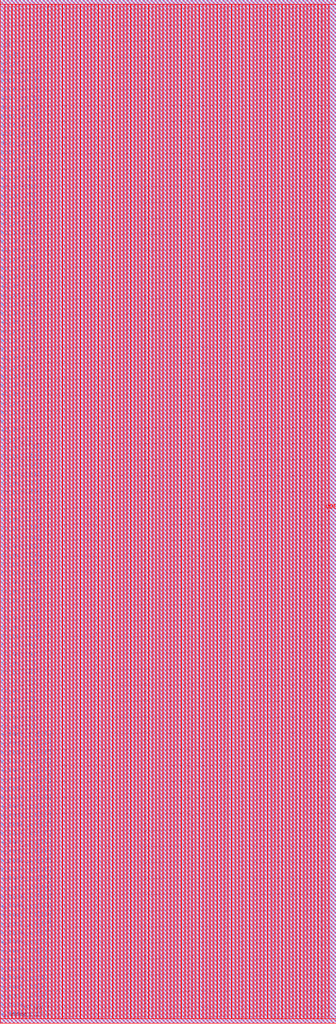
<source format=lef>
VERSION 5.7 ;
BUSBITCHARS "[]" ;
MACRO fakeram45_1024x32
  FOREIGN fakeram45_1024x32 0 0 ;
  SYMMETRY X Y R90 ;
  SIZE 104.500 BY 317.800 ;
  CLASS BLOCK ;
  PIN w_mask_in[0]
    DIRECTION INPUT ;
    USE SIGNAL ;
    SHAPE ABUTMENT ;
    PORT
      LAYER metal3 ;
      RECT 0.000 1.365 0.070 1.435 ;
    END
  END w_mask_in[0]
  PIN w_mask_in[1]
    DIRECTION INPUT ;
    USE SIGNAL ;
    SHAPE ABUTMENT ;
    PORT
      LAYER metal3 ;
      RECT 0.000 4.165 0.070 4.235 ;
    END
  END w_mask_in[1]
  PIN w_mask_in[2]
    DIRECTION INPUT ;
    USE SIGNAL ;
    SHAPE ABUTMENT ;
    PORT
      LAYER metal3 ;
      RECT 0.000 6.965 0.070 7.035 ;
    END
  END w_mask_in[2]
  PIN w_mask_in[3]
    DIRECTION INPUT ;
    USE SIGNAL ;
    SHAPE ABUTMENT ;
    PORT
      LAYER metal3 ;
      RECT 0.000 9.765 0.070 9.835 ;
    END
  END w_mask_in[3]
  PIN w_mask_in[4]
    DIRECTION INPUT ;
    USE SIGNAL ;
    SHAPE ABUTMENT ;
    PORT
      LAYER metal3 ;
      RECT 0.000 12.565 0.070 12.635 ;
    END
  END w_mask_in[4]
  PIN w_mask_in[5]
    DIRECTION INPUT ;
    USE SIGNAL ;
    SHAPE ABUTMENT ;
    PORT
      LAYER metal3 ;
      RECT 0.000 15.365 0.070 15.435 ;
    END
  END w_mask_in[5]
  PIN w_mask_in[6]
    DIRECTION INPUT ;
    USE SIGNAL ;
    SHAPE ABUTMENT ;
    PORT
      LAYER metal3 ;
      RECT 0.000 18.165 0.070 18.235 ;
    END
  END w_mask_in[6]
  PIN w_mask_in[7]
    DIRECTION INPUT ;
    USE SIGNAL ;
    SHAPE ABUTMENT ;
    PORT
      LAYER metal3 ;
      RECT 0.000 20.965 0.070 21.035 ;
    END
  END w_mask_in[7]
  PIN w_mask_in[8]
    DIRECTION INPUT ;
    USE SIGNAL ;
    SHAPE ABUTMENT ;
    PORT
      LAYER metal3 ;
      RECT 0.000 23.765 0.070 23.835 ;
    END
  END w_mask_in[8]
  PIN w_mask_in[9]
    DIRECTION INPUT ;
    USE SIGNAL ;
    SHAPE ABUTMENT ;
    PORT
      LAYER metal3 ;
      RECT 0.000 26.565 0.070 26.635 ;
    END
  END w_mask_in[9]
  PIN w_mask_in[10]
    DIRECTION INPUT ;
    USE SIGNAL ;
    SHAPE ABUTMENT ;
    PORT
      LAYER metal3 ;
      RECT 0.000 29.365 0.070 29.435 ;
    END
  END w_mask_in[10]
  PIN w_mask_in[11]
    DIRECTION INPUT ;
    USE SIGNAL ;
    SHAPE ABUTMENT ;
    PORT
      LAYER metal3 ;
      RECT 0.000 32.165 0.070 32.235 ;
    END
  END w_mask_in[11]
  PIN w_mask_in[12]
    DIRECTION INPUT ;
    USE SIGNAL ;
    SHAPE ABUTMENT ;
    PORT
      LAYER metal3 ;
      RECT 0.000 34.965 0.070 35.035 ;
    END
  END w_mask_in[12]
  PIN w_mask_in[13]
    DIRECTION INPUT ;
    USE SIGNAL ;
    SHAPE ABUTMENT ;
    PORT
      LAYER metal3 ;
      RECT 0.000 37.765 0.070 37.835 ;
    END
  END w_mask_in[13]
  PIN w_mask_in[14]
    DIRECTION INPUT ;
    USE SIGNAL ;
    SHAPE ABUTMENT ;
    PORT
      LAYER metal3 ;
      RECT 0.000 40.565 0.070 40.635 ;
    END
  END w_mask_in[14]
  PIN w_mask_in[15]
    DIRECTION INPUT ;
    USE SIGNAL ;
    SHAPE ABUTMENT ;
    PORT
      LAYER metal3 ;
      RECT 0.000 43.365 0.070 43.435 ;
    END
  END w_mask_in[15]
  PIN w_mask_in[16]
    DIRECTION INPUT ;
    USE SIGNAL ;
    SHAPE ABUTMENT ;
    PORT
      LAYER metal3 ;
      RECT 0.000 46.165 0.070 46.235 ;
    END
  END w_mask_in[16]
  PIN w_mask_in[17]
    DIRECTION INPUT ;
    USE SIGNAL ;
    SHAPE ABUTMENT ;
    PORT
      LAYER metal3 ;
      RECT 0.000 48.965 0.070 49.035 ;
    END
  END w_mask_in[17]
  PIN w_mask_in[18]
    DIRECTION INPUT ;
    USE SIGNAL ;
    SHAPE ABUTMENT ;
    PORT
      LAYER metal3 ;
      RECT 0.000 51.765 0.070 51.835 ;
    END
  END w_mask_in[18]
  PIN w_mask_in[19]
    DIRECTION INPUT ;
    USE SIGNAL ;
    SHAPE ABUTMENT ;
    PORT
      LAYER metal3 ;
      RECT 0.000 54.565 0.070 54.635 ;
    END
  END w_mask_in[19]
  PIN w_mask_in[20]
    DIRECTION INPUT ;
    USE SIGNAL ;
    SHAPE ABUTMENT ;
    PORT
      LAYER metal3 ;
      RECT 0.000 57.365 0.070 57.435 ;
    END
  END w_mask_in[20]
  PIN w_mask_in[21]
    DIRECTION INPUT ;
    USE SIGNAL ;
    SHAPE ABUTMENT ;
    PORT
      LAYER metal3 ;
      RECT 0.000 60.165 0.070 60.235 ;
    END
  END w_mask_in[21]
  PIN w_mask_in[22]
    DIRECTION INPUT ;
    USE SIGNAL ;
    SHAPE ABUTMENT ;
    PORT
      LAYER metal3 ;
      RECT 0.000 62.965 0.070 63.035 ;
    END
  END w_mask_in[22]
  PIN w_mask_in[23]
    DIRECTION INPUT ;
    USE SIGNAL ;
    SHAPE ABUTMENT ;
    PORT
      LAYER metal3 ;
      RECT 0.000 65.765 0.070 65.835 ;
    END
  END w_mask_in[23]
  PIN w_mask_in[24]
    DIRECTION INPUT ;
    USE SIGNAL ;
    SHAPE ABUTMENT ;
    PORT
      LAYER metal3 ;
      RECT 0.000 68.565 0.070 68.635 ;
    END
  END w_mask_in[24]
  PIN w_mask_in[25]
    DIRECTION INPUT ;
    USE SIGNAL ;
    SHAPE ABUTMENT ;
    PORT
      LAYER metal3 ;
      RECT 0.000 71.365 0.070 71.435 ;
    END
  END w_mask_in[25]
  PIN w_mask_in[26]
    DIRECTION INPUT ;
    USE SIGNAL ;
    SHAPE ABUTMENT ;
    PORT
      LAYER metal3 ;
      RECT 0.000 74.165 0.070 74.235 ;
    END
  END w_mask_in[26]
  PIN w_mask_in[27]
    DIRECTION INPUT ;
    USE SIGNAL ;
    SHAPE ABUTMENT ;
    PORT
      LAYER metal3 ;
      RECT 0.000 76.965 0.070 77.035 ;
    END
  END w_mask_in[27]
  PIN w_mask_in[28]
    DIRECTION INPUT ;
    USE SIGNAL ;
    SHAPE ABUTMENT ;
    PORT
      LAYER metal3 ;
      RECT 0.000 79.765 0.070 79.835 ;
    END
  END w_mask_in[28]
  PIN w_mask_in[29]
    DIRECTION INPUT ;
    USE SIGNAL ;
    SHAPE ABUTMENT ;
    PORT
      LAYER metal3 ;
      RECT 0.000 82.565 0.070 82.635 ;
    END
  END w_mask_in[29]
  PIN w_mask_in[30]
    DIRECTION INPUT ;
    USE SIGNAL ;
    SHAPE ABUTMENT ;
    PORT
      LAYER metal3 ;
      RECT 0.000 85.365 0.070 85.435 ;
    END
  END w_mask_in[30]
  PIN w_mask_in[31]
    DIRECTION INPUT ;
    USE SIGNAL ;
    SHAPE ABUTMENT ;
    PORT
      LAYER metal3 ;
      RECT 0.000 88.165 0.070 88.235 ;
    END
  END w_mask_in[31]
  PIN rd_out[0]
    DIRECTION OUTPUT ;
    USE SIGNAL ;
    SHAPE ABUTMENT ;
    PORT
      LAYER metal3 ;
      RECT 0.000 90.545 0.070 90.615 ;
    END
  END rd_out[0]
  PIN rd_out[1]
    DIRECTION OUTPUT ;
    USE SIGNAL ;
    SHAPE ABUTMENT ;
    PORT
      LAYER metal3 ;
      RECT 0.000 93.345 0.070 93.415 ;
    END
  END rd_out[1]
  PIN rd_out[2]
    DIRECTION OUTPUT ;
    USE SIGNAL ;
    SHAPE ABUTMENT ;
    PORT
      LAYER metal3 ;
      RECT 0.000 96.145 0.070 96.215 ;
    END
  END rd_out[2]
  PIN rd_out[3]
    DIRECTION OUTPUT ;
    USE SIGNAL ;
    SHAPE ABUTMENT ;
    PORT
      LAYER metal3 ;
      RECT 0.000 98.945 0.070 99.015 ;
    END
  END rd_out[3]
  PIN rd_out[4]
    DIRECTION OUTPUT ;
    USE SIGNAL ;
    SHAPE ABUTMENT ;
    PORT
      LAYER metal3 ;
      RECT 0.000 101.745 0.070 101.815 ;
    END
  END rd_out[4]
  PIN rd_out[5]
    DIRECTION OUTPUT ;
    USE SIGNAL ;
    SHAPE ABUTMENT ;
    PORT
      LAYER metal3 ;
      RECT 0.000 104.545 0.070 104.615 ;
    END
  END rd_out[5]
  PIN rd_out[6]
    DIRECTION OUTPUT ;
    USE SIGNAL ;
    SHAPE ABUTMENT ;
    PORT
      LAYER metal3 ;
      RECT 0.000 107.345 0.070 107.415 ;
    END
  END rd_out[6]
  PIN rd_out[7]
    DIRECTION OUTPUT ;
    USE SIGNAL ;
    SHAPE ABUTMENT ;
    PORT
      LAYER metal3 ;
      RECT 0.000 110.145 0.070 110.215 ;
    END
  END rd_out[7]
  PIN rd_out[8]
    DIRECTION OUTPUT ;
    USE SIGNAL ;
    SHAPE ABUTMENT ;
    PORT
      LAYER metal3 ;
      RECT 0.000 112.945 0.070 113.015 ;
    END
  END rd_out[8]
  PIN rd_out[9]
    DIRECTION OUTPUT ;
    USE SIGNAL ;
    SHAPE ABUTMENT ;
    PORT
      LAYER metal3 ;
      RECT 0.000 115.745 0.070 115.815 ;
    END
  END rd_out[9]
  PIN rd_out[10]
    DIRECTION OUTPUT ;
    USE SIGNAL ;
    SHAPE ABUTMENT ;
    PORT
      LAYER metal3 ;
      RECT 0.000 118.545 0.070 118.615 ;
    END
  END rd_out[10]
  PIN rd_out[11]
    DIRECTION OUTPUT ;
    USE SIGNAL ;
    SHAPE ABUTMENT ;
    PORT
      LAYER metal3 ;
      RECT 0.000 121.345 0.070 121.415 ;
    END
  END rd_out[11]
  PIN rd_out[12]
    DIRECTION OUTPUT ;
    USE SIGNAL ;
    SHAPE ABUTMENT ;
    PORT
      LAYER metal3 ;
      RECT 0.000 124.145 0.070 124.215 ;
    END
  END rd_out[12]
  PIN rd_out[13]
    DIRECTION OUTPUT ;
    USE SIGNAL ;
    SHAPE ABUTMENT ;
    PORT
      LAYER metal3 ;
      RECT 0.000 126.945 0.070 127.015 ;
    END
  END rd_out[13]
  PIN rd_out[14]
    DIRECTION OUTPUT ;
    USE SIGNAL ;
    SHAPE ABUTMENT ;
    PORT
      LAYER metal3 ;
      RECT 0.000 129.745 0.070 129.815 ;
    END
  END rd_out[14]
  PIN rd_out[15]
    DIRECTION OUTPUT ;
    USE SIGNAL ;
    SHAPE ABUTMENT ;
    PORT
      LAYER metal3 ;
      RECT 0.000 132.545 0.070 132.615 ;
    END
  END rd_out[15]
  PIN rd_out[16]
    DIRECTION OUTPUT ;
    USE SIGNAL ;
    SHAPE ABUTMENT ;
    PORT
      LAYER metal3 ;
      RECT 0.000 135.345 0.070 135.415 ;
    END
  END rd_out[16]
  PIN rd_out[17]
    DIRECTION OUTPUT ;
    USE SIGNAL ;
    SHAPE ABUTMENT ;
    PORT
      LAYER metal3 ;
      RECT 0.000 138.145 0.070 138.215 ;
    END
  END rd_out[17]
  PIN rd_out[18]
    DIRECTION OUTPUT ;
    USE SIGNAL ;
    SHAPE ABUTMENT ;
    PORT
      LAYER metal3 ;
      RECT 0.000 140.945 0.070 141.015 ;
    END
  END rd_out[18]
  PIN rd_out[19]
    DIRECTION OUTPUT ;
    USE SIGNAL ;
    SHAPE ABUTMENT ;
    PORT
      LAYER metal3 ;
      RECT 0.000 143.745 0.070 143.815 ;
    END
  END rd_out[19]
  PIN rd_out[20]
    DIRECTION OUTPUT ;
    USE SIGNAL ;
    SHAPE ABUTMENT ;
    PORT
      LAYER metal3 ;
      RECT 0.000 146.545 0.070 146.615 ;
    END
  END rd_out[20]
  PIN rd_out[21]
    DIRECTION OUTPUT ;
    USE SIGNAL ;
    SHAPE ABUTMENT ;
    PORT
      LAYER metal3 ;
      RECT 0.000 149.345 0.070 149.415 ;
    END
  END rd_out[21]
  PIN rd_out[22]
    DIRECTION OUTPUT ;
    USE SIGNAL ;
    SHAPE ABUTMENT ;
    PORT
      LAYER metal3 ;
      RECT 0.000 152.145 0.070 152.215 ;
    END
  END rd_out[22]
  PIN rd_out[23]
    DIRECTION OUTPUT ;
    USE SIGNAL ;
    SHAPE ABUTMENT ;
    PORT
      LAYER metal3 ;
      RECT 0.000 154.945 0.070 155.015 ;
    END
  END rd_out[23]
  PIN rd_out[24]
    DIRECTION OUTPUT ;
    USE SIGNAL ;
    SHAPE ABUTMENT ;
    PORT
      LAYER metal3 ;
      RECT 0.000 157.745 0.070 157.815 ;
    END
  END rd_out[24]
  PIN rd_out[25]
    DIRECTION OUTPUT ;
    USE SIGNAL ;
    SHAPE ABUTMENT ;
    PORT
      LAYER metal3 ;
      RECT 0.000 160.545 0.070 160.615 ;
    END
  END rd_out[25]
  PIN rd_out[26]
    DIRECTION OUTPUT ;
    USE SIGNAL ;
    SHAPE ABUTMENT ;
    PORT
      LAYER metal3 ;
      RECT 0.000 163.345 0.070 163.415 ;
    END
  END rd_out[26]
  PIN rd_out[27]
    DIRECTION OUTPUT ;
    USE SIGNAL ;
    SHAPE ABUTMENT ;
    PORT
      LAYER metal3 ;
      RECT 0.000 166.145 0.070 166.215 ;
    END
  END rd_out[27]
  PIN rd_out[28]
    DIRECTION OUTPUT ;
    USE SIGNAL ;
    SHAPE ABUTMENT ;
    PORT
      LAYER metal3 ;
      RECT 0.000 168.945 0.070 169.015 ;
    END
  END rd_out[28]
  PIN rd_out[29]
    DIRECTION OUTPUT ;
    USE SIGNAL ;
    SHAPE ABUTMENT ;
    PORT
      LAYER metal3 ;
      RECT 0.000 171.745 0.070 171.815 ;
    END
  END rd_out[29]
  PIN rd_out[30]
    DIRECTION OUTPUT ;
    USE SIGNAL ;
    SHAPE ABUTMENT ;
    PORT
      LAYER metal3 ;
      RECT 0.000 174.545 0.070 174.615 ;
    END
  END rd_out[30]
  PIN rd_out[31]
    DIRECTION OUTPUT ;
    USE SIGNAL ;
    SHAPE ABUTMENT ;
    PORT
      LAYER metal3 ;
      RECT 0.000 177.345 0.070 177.415 ;
    END
  END rd_out[31]
  PIN wd_in[0]
    DIRECTION INPUT ;
    USE SIGNAL ;
    SHAPE ABUTMENT ;
    PORT
      LAYER metal3 ;
      RECT 0.000 179.725 0.070 179.795 ;
    END
  END wd_in[0]
  PIN wd_in[1]
    DIRECTION INPUT ;
    USE SIGNAL ;
    SHAPE ABUTMENT ;
    PORT
      LAYER metal3 ;
      RECT 0.000 182.525 0.070 182.595 ;
    END
  END wd_in[1]
  PIN wd_in[2]
    DIRECTION INPUT ;
    USE SIGNAL ;
    SHAPE ABUTMENT ;
    PORT
      LAYER metal3 ;
      RECT 0.000 185.325 0.070 185.395 ;
    END
  END wd_in[2]
  PIN wd_in[3]
    DIRECTION INPUT ;
    USE SIGNAL ;
    SHAPE ABUTMENT ;
    PORT
      LAYER metal3 ;
      RECT 0.000 188.125 0.070 188.195 ;
    END
  END wd_in[3]
  PIN wd_in[4]
    DIRECTION INPUT ;
    USE SIGNAL ;
    SHAPE ABUTMENT ;
    PORT
      LAYER metal3 ;
      RECT 0.000 190.925 0.070 190.995 ;
    END
  END wd_in[4]
  PIN wd_in[5]
    DIRECTION INPUT ;
    USE SIGNAL ;
    SHAPE ABUTMENT ;
    PORT
      LAYER metal3 ;
      RECT 0.000 193.725 0.070 193.795 ;
    END
  END wd_in[5]
  PIN wd_in[6]
    DIRECTION INPUT ;
    USE SIGNAL ;
    SHAPE ABUTMENT ;
    PORT
      LAYER metal3 ;
      RECT 0.000 196.525 0.070 196.595 ;
    END
  END wd_in[6]
  PIN wd_in[7]
    DIRECTION INPUT ;
    USE SIGNAL ;
    SHAPE ABUTMENT ;
    PORT
      LAYER metal3 ;
      RECT 0.000 199.325 0.070 199.395 ;
    END
  END wd_in[7]
  PIN wd_in[8]
    DIRECTION INPUT ;
    USE SIGNAL ;
    SHAPE ABUTMENT ;
    PORT
      LAYER metal3 ;
      RECT 0.000 202.125 0.070 202.195 ;
    END
  END wd_in[8]
  PIN wd_in[9]
    DIRECTION INPUT ;
    USE SIGNAL ;
    SHAPE ABUTMENT ;
    PORT
      LAYER metal3 ;
      RECT 0.000 204.925 0.070 204.995 ;
    END
  END wd_in[9]
  PIN wd_in[10]
    DIRECTION INPUT ;
    USE SIGNAL ;
    SHAPE ABUTMENT ;
    PORT
      LAYER metal3 ;
      RECT 0.000 207.725 0.070 207.795 ;
    END
  END wd_in[10]
  PIN wd_in[11]
    DIRECTION INPUT ;
    USE SIGNAL ;
    SHAPE ABUTMENT ;
    PORT
      LAYER metal3 ;
      RECT 0.000 210.525 0.070 210.595 ;
    END
  END wd_in[11]
  PIN wd_in[12]
    DIRECTION INPUT ;
    USE SIGNAL ;
    SHAPE ABUTMENT ;
    PORT
      LAYER metal3 ;
      RECT 0.000 213.325 0.070 213.395 ;
    END
  END wd_in[12]
  PIN wd_in[13]
    DIRECTION INPUT ;
    USE SIGNAL ;
    SHAPE ABUTMENT ;
    PORT
      LAYER metal3 ;
      RECT 0.000 216.125 0.070 216.195 ;
    END
  END wd_in[13]
  PIN wd_in[14]
    DIRECTION INPUT ;
    USE SIGNAL ;
    SHAPE ABUTMENT ;
    PORT
      LAYER metal3 ;
      RECT 0.000 218.925 0.070 218.995 ;
    END
  END wd_in[14]
  PIN wd_in[15]
    DIRECTION INPUT ;
    USE SIGNAL ;
    SHAPE ABUTMENT ;
    PORT
      LAYER metal3 ;
      RECT 0.000 221.725 0.070 221.795 ;
    END
  END wd_in[15]
  PIN wd_in[16]
    DIRECTION INPUT ;
    USE SIGNAL ;
    SHAPE ABUTMENT ;
    PORT
      LAYER metal3 ;
      RECT 0.000 224.525 0.070 224.595 ;
    END
  END wd_in[16]
  PIN wd_in[17]
    DIRECTION INPUT ;
    USE SIGNAL ;
    SHAPE ABUTMENT ;
    PORT
      LAYER metal3 ;
      RECT 0.000 227.325 0.070 227.395 ;
    END
  END wd_in[17]
  PIN wd_in[18]
    DIRECTION INPUT ;
    USE SIGNAL ;
    SHAPE ABUTMENT ;
    PORT
      LAYER metal3 ;
      RECT 0.000 230.125 0.070 230.195 ;
    END
  END wd_in[18]
  PIN wd_in[19]
    DIRECTION INPUT ;
    USE SIGNAL ;
    SHAPE ABUTMENT ;
    PORT
      LAYER metal3 ;
      RECT 0.000 232.925 0.070 232.995 ;
    END
  END wd_in[19]
  PIN wd_in[20]
    DIRECTION INPUT ;
    USE SIGNAL ;
    SHAPE ABUTMENT ;
    PORT
      LAYER metal3 ;
      RECT 0.000 235.725 0.070 235.795 ;
    END
  END wd_in[20]
  PIN wd_in[21]
    DIRECTION INPUT ;
    USE SIGNAL ;
    SHAPE ABUTMENT ;
    PORT
      LAYER metal3 ;
      RECT 0.000 238.525 0.070 238.595 ;
    END
  END wd_in[21]
  PIN wd_in[22]
    DIRECTION INPUT ;
    USE SIGNAL ;
    SHAPE ABUTMENT ;
    PORT
      LAYER metal3 ;
      RECT 0.000 241.325 0.070 241.395 ;
    END
  END wd_in[22]
  PIN wd_in[23]
    DIRECTION INPUT ;
    USE SIGNAL ;
    SHAPE ABUTMENT ;
    PORT
      LAYER metal3 ;
      RECT 0.000 244.125 0.070 244.195 ;
    END
  END wd_in[23]
  PIN wd_in[24]
    DIRECTION INPUT ;
    USE SIGNAL ;
    SHAPE ABUTMENT ;
    PORT
      LAYER metal3 ;
      RECT 0.000 246.925 0.070 246.995 ;
    END
  END wd_in[24]
  PIN wd_in[25]
    DIRECTION INPUT ;
    USE SIGNAL ;
    SHAPE ABUTMENT ;
    PORT
      LAYER metal3 ;
      RECT 0.000 249.725 0.070 249.795 ;
    END
  END wd_in[25]
  PIN wd_in[26]
    DIRECTION INPUT ;
    USE SIGNAL ;
    SHAPE ABUTMENT ;
    PORT
      LAYER metal3 ;
      RECT 0.000 252.525 0.070 252.595 ;
    END
  END wd_in[26]
  PIN wd_in[27]
    DIRECTION INPUT ;
    USE SIGNAL ;
    SHAPE ABUTMENT ;
    PORT
      LAYER metal3 ;
      RECT 0.000 255.325 0.070 255.395 ;
    END
  END wd_in[27]
  PIN wd_in[28]
    DIRECTION INPUT ;
    USE SIGNAL ;
    SHAPE ABUTMENT ;
    PORT
      LAYER metal3 ;
      RECT 0.000 258.125 0.070 258.195 ;
    END
  END wd_in[28]
  PIN wd_in[29]
    DIRECTION INPUT ;
    USE SIGNAL ;
    SHAPE ABUTMENT ;
    PORT
      LAYER metal3 ;
      RECT 0.000 260.925 0.070 260.995 ;
    END
  END wd_in[29]
  PIN wd_in[30]
    DIRECTION INPUT ;
    USE SIGNAL ;
    SHAPE ABUTMENT ;
    PORT
      LAYER metal3 ;
      RECT 0.000 263.725 0.070 263.795 ;
    END
  END wd_in[30]
  PIN wd_in[31]
    DIRECTION INPUT ;
    USE SIGNAL ;
    SHAPE ABUTMENT ;
    PORT
      LAYER metal3 ;
      RECT 0.000 266.525 0.070 266.595 ;
    END
  END wd_in[31]
  PIN addr_in[0]
    DIRECTION INPUT ;
    USE SIGNAL ;
    SHAPE ABUTMENT ;
    PORT
      LAYER metal3 ;
      RECT 0.000 268.905 0.070 268.975 ;
    END
  END addr_in[0]
  PIN addr_in[1]
    DIRECTION INPUT ;
    USE SIGNAL ;
    SHAPE ABUTMENT ;
    PORT
      LAYER metal3 ;
      RECT 0.000 271.705 0.070 271.775 ;
    END
  END addr_in[1]
  PIN addr_in[2]
    DIRECTION INPUT ;
    USE SIGNAL ;
    SHAPE ABUTMENT ;
    PORT
      LAYER metal3 ;
      RECT 0.000 274.505 0.070 274.575 ;
    END
  END addr_in[2]
  PIN addr_in[3]
    DIRECTION INPUT ;
    USE SIGNAL ;
    SHAPE ABUTMENT ;
    PORT
      LAYER metal3 ;
      RECT 0.000 277.305 0.070 277.375 ;
    END
  END addr_in[3]
  PIN addr_in[4]
    DIRECTION INPUT ;
    USE SIGNAL ;
    SHAPE ABUTMENT ;
    PORT
      LAYER metal3 ;
      RECT 0.000 280.105 0.070 280.175 ;
    END
  END addr_in[4]
  PIN addr_in[5]
    DIRECTION INPUT ;
    USE SIGNAL ;
    SHAPE ABUTMENT ;
    PORT
      LAYER metal3 ;
      RECT 0.000 282.905 0.070 282.975 ;
    END
  END addr_in[5]
  PIN addr_in[6]
    DIRECTION INPUT ;
    USE SIGNAL ;
    SHAPE ABUTMENT ;
    PORT
      LAYER metal3 ;
      RECT 0.000 285.705 0.070 285.775 ;
    END
  END addr_in[6]
  PIN addr_in[7]
    DIRECTION INPUT ;
    USE SIGNAL ;
    SHAPE ABUTMENT ;
    PORT
      LAYER metal3 ;
      RECT 0.000 288.505 0.070 288.575 ;
    END
  END addr_in[7]
  PIN addr_in[8]
    DIRECTION INPUT ;
    USE SIGNAL ;
    SHAPE ABUTMENT ;
    PORT
      LAYER metal3 ;
      RECT 0.000 291.305 0.070 291.375 ;
    END
  END addr_in[8]
  PIN addr_in[9]
    DIRECTION INPUT ;
    USE SIGNAL ;
    SHAPE ABUTMENT ;
    PORT
      LAYER metal3 ;
      RECT 0.000 294.105 0.070 294.175 ;
    END
  END addr_in[9]
  PIN we_in
    DIRECTION INPUT ;
    USE SIGNAL ;
    SHAPE ABUTMENT ;
    PORT
      LAYER metal3 ;
      RECT 0.000 296.485 0.070 296.555 ;
    END
  END we_in
  PIN ce_in
    DIRECTION INPUT ;
    USE SIGNAL ;
    SHAPE ABUTMENT ;
    PORT
      LAYER metal3 ;
      RECT 0.000 299.285 0.070 299.355 ;
    END
  END ce_in
  PIN clk
    DIRECTION INPUT ;
    USE SIGNAL ;
    SHAPE ABUTMENT ;
    PORT
      LAYER metal3 ;
      RECT 0.000 302.085 0.070 302.155 ;
    END
  END clk
  PIN VSS
    DIRECTION INOUT ;
    USE GROUND ;
    PORT
      LAYER metal4 ;
      RECT 1.260 1.400 1.540 316.400 ;
      RECT 3.500 1.400 3.780 316.400 ;
      RECT 5.740 1.400 6.020 316.400 ;
      RECT 7.980 1.400 8.260 316.400 ;
      RECT 10.220 1.400 10.500 316.400 ;
      RECT 12.460 1.400 12.740 316.400 ;
      RECT 14.700 1.400 14.980 316.400 ;
      RECT 16.940 1.400 17.220 316.400 ;
      RECT 19.180 1.400 19.460 316.400 ;
      RECT 21.420 1.400 21.700 316.400 ;
      RECT 23.660 1.400 23.940 316.400 ;
      RECT 25.900 1.400 26.180 316.400 ;
      RECT 28.140 1.400 28.420 316.400 ;
      RECT 30.380 1.400 30.660 316.400 ;
      RECT 32.620 1.400 32.900 316.400 ;
      RECT 34.860 1.400 35.140 316.400 ;
      RECT 37.100 1.400 37.380 316.400 ;
      RECT 39.340 1.400 39.620 316.400 ;
      RECT 41.580 1.400 41.860 316.400 ;
      RECT 43.820 1.400 44.100 316.400 ;
      RECT 46.060 1.400 46.340 316.400 ;
      RECT 48.300 1.400 48.580 316.400 ;
      RECT 50.540 1.400 50.820 316.400 ;
      RECT 52.780 1.400 53.060 316.400 ;
      RECT 55.020 1.400 55.300 316.400 ;
      RECT 57.260 1.400 57.540 316.400 ;
      RECT 59.500 1.400 59.780 316.400 ;
      RECT 61.740 1.400 62.020 316.400 ;
      RECT 63.980 1.400 64.260 316.400 ;
      RECT 66.220 1.400 66.500 316.400 ;
      RECT 68.460 1.400 68.740 316.400 ;
      RECT 70.700 1.400 70.980 316.400 ;
      RECT 72.940 1.400 73.220 316.400 ;
      RECT 75.180 1.400 75.460 316.400 ;
      RECT 77.420 1.400 77.700 316.400 ;
      RECT 79.660 1.400 79.940 316.400 ;
      RECT 81.900 1.400 82.180 316.400 ;
      RECT 84.140 1.400 84.420 316.400 ;
      RECT 86.380 1.400 86.660 316.400 ;
      RECT 88.620 1.400 88.900 316.400 ;
      RECT 90.860 1.400 91.140 316.400 ;
      RECT 93.100 1.400 93.380 316.400 ;
      RECT 95.340 1.400 95.620 316.400 ;
      RECT 97.580 1.400 97.860 316.400 ;
      RECT 99.820 1.400 100.100 316.400 ;
      RECT 102.060 1.400 102.340 316.400 ;
    END
  END VSS
  PIN VDD
    DIRECTION INOUT ;
    USE POWER ;
    PORT
      LAYER metal4 ;
      RECT 2.380 1.400 2.660 316.400 ;
      RECT 4.620 1.400 4.900 316.400 ;
      RECT 6.860 1.400 7.140 316.400 ;
      RECT 9.100 1.400 9.380 316.400 ;
      RECT 11.340 1.400 11.620 316.400 ;
      RECT 13.580 1.400 13.860 316.400 ;
      RECT 15.820 1.400 16.100 316.400 ;
      RECT 18.060 1.400 18.340 316.400 ;
      RECT 20.300 1.400 20.580 316.400 ;
      RECT 22.540 1.400 22.820 316.400 ;
      RECT 24.780 1.400 25.060 316.400 ;
      RECT 27.020 1.400 27.300 316.400 ;
      RECT 29.260 1.400 29.540 316.400 ;
      RECT 31.500 1.400 31.780 316.400 ;
      RECT 33.740 1.400 34.020 316.400 ;
      RECT 35.980 1.400 36.260 316.400 ;
      RECT 38.220 1.400 38.500 316.400 ;
      RECT 40.460 1.400 40.740 316.400 ;
      RECT 42.700 1.400 42.980 316.400 ;
      RECT 44.940 1.400 45.220 316.400 ;
      RECT 47.180 1.400 47.460 316.400 ;
      RECT 49.420 1.400 49.700 316.400 ;
      RECT 51.660 1.400 51.940 316.400 ;
      RECT 53.900 1.400 54.180 316.400 ;
      RECT 56.140 1.400 56.420 316.400 ;
      RECT 58.380 1.400 58.660 316.400 ;
      RECT 60.620 1.400 60.900 316.400 ;
      RECT 62.860 1.400 63.140 316.400 ;
      RECT 65.100 1.400 65.380 316.400 ;
      RECT 67.340 1.400 67.620 316.400 ;
      RECT 69.580 1.400 69.860 316.400 ;
      RECT 71.820 1.400 72.100 316.400 ;
      RECT 74.060 1.400 74.340 316.400 ;
      RECT 76.300 1.400 76.580 316.400 ;
      RECT 78.540 1.400 78.820 316.400 ;
      RECT 80.780 1.400 81.060 316.400 ;
      RECT 83.020 1.400 83.300 316.400 ;
      RECT 85.260 1.400 85.540 316.400 ;
      RECT 87.500 1.400 87.780 316.400 ;
      RECT 89.740 1.400 90.020 316.400 ;
      RECT 91.980 1.400 92.260 316.400 ;
      RECT 94.220 1.400 94.500 316.400 ;
      RECT 96.460 1.400 96.740 316.400 ;
      RECT 98.700 1.400 98.980 316.400 ;
      RECT 100.940 1.400 101.220 316.400 ;
    END
  END VDD
  OBS
    LAYER metal1 ;
    RECT 0 0 104.500 317.800 ;
    LAYER metal2 ;
    RECT 0 0 104.500 317.800 ;
    LAYER metal3 ;
    RECT 0.070 0 104.500 317.800 ;
    RECT 0 0.000 0.070 1.365 ;
    RECT 0 1.435 0.070 4.165 ;
    RECT 0 4.235 0.070 6.965 ;
    RECT 0 7.035 0.070 9.765 ;
    RECT 0 9.835 0.070 12.565 ;
    RECT 0 12.635 0.070 15.365 ;
    RECT 0 15.435 0.070 18.165 ;
    RECT 0 18.235 0.070 20.965 ;
    RECT 0 21.035 0.070 23.765 ;
    RECT 0 23.835 0.070 26.565 ;
    RECT 0 26.635 0.070 29.365 ;
    RECT 0 29.435 0.070 32.165 ;
    RECT 0 32.235 0.070 34.965 ;
    RECT 0 35.035 0.070 37.765 ;
    RECT 0 37.835 0.070 40.565 ;
    RECT 0 40.635 0.070 43.365 ;
    RECT 0 43.435 0.070 46.165 ;
    RECT 0 46.235 0.070 48.965 ;
    RECT 0 49.035 0.070 51.765 ;
    RECT 0 51.835 0.070 54.565 ;
    RECT 0 54.635 0.070 57.365 ;
    RECT 0 57.435 0.070 60.165 ;
    RECT 0 60.235 0.070 62.965 ;
    RECT 0 63.035 0.070 65.765 ;
    RECT 0 65.835 0.070 68.565 ;
    RECT 0 68.635 0.070 71.365 ;
    RECT 0 71.435 0.070 74.165 ;
    RECT 0 74.235 0.070 76.965 ;
    RECT 0 77.035 0.070 79.765 ;
    RECT 0 79.835 0.070 82.565 ;
    RECT 0 82.635 0.070 85.365 ;
    RECT 0 85.435 0.070 88.165 ;
    RECT 0 88.235 0.070 90.545 ;
    RECT 0 90.615 0.070 93.345 ;
    RECT 0 93.415 0.070 96.145 ;
    RECT 0 96.215 0.070 98.945 ;
    RECT 0 99.015 0.070 101.745 ;
    RECT 0 101.815 0.070 104.545 ;
    RECT 0 104.615 0.070 107.345 ;
    RECT 0 107.415 0.070 110.145 ;
    RECT 0 110.215 0.070 112.945 ;
    RECT 0 113.015 0.070 115.745 ;
    RECT 0 115.815 0.070 118.545 ;
    RECT 0 118.615 0.070 121.345 ;
    RECT 0 121.415 0.070 124.145 ;
    RECT 0 124.215 0.070 126.945 ;
    RECT 0 127.015 0.070 129.745 ;
    RECT 0 129.815 0.070 132.545 ;
    RECT 0 132.615 0.070 135.345 ;
    RECT 0 135.415 0.070 138.145 ;
    RECT 0 138.215 0.070 140.945 ;
    RECT 0 141.015 0.070 143.745 ;
    RECT 0 143.815 0.070 146.545 ;
    RECT 0 146.615 0.070 149.345 ;
    RECT 0 149.415 0.070 152.145 ;
    RECT 0 152.215 0.070 154.945 ;
    RECT 0 155.015 0.070 157.745 ;
    RECT 0 157.815 0.070 160.545 ;
    RECT 0 160.615 0.070 163.345 ;
    RECT 0 163.415 0.070 166.145 ;
    RECT 0 166.215 0.070 168.945 ;
    RECT 0 169.015 0.070 171.745 ;
    RECT 0 171.815 0.070 174.545 ;
    RECT 0 174.615 0.070 177.345 ;
    RECT 0 177.415 0.070 179.725 ;
    RECT 0 179.795 0.070 182.525 ;
    RECT 0 182.595 0.070 185.325 ;
    RECT 0 185.395 0.070 188.125 ;
    RECT 0 188.195 0.070 190.925 ;
    RECT 0 190.995 0.070 193.725 ;
    RECT 0 193.795 0.070 196.525 ;
    RECT 0 196.595 0.070 199.325 ;
    RECT 0 199.395 0.070 202.125 ;
    RECT 0 202.195 0.070 204.925 ;
    RECT 0 204.995 0.070 207.725 ;
    RECT 0 207.795 0.070 210.525 ;
    RECT 0 210.595 0.070 213.325 ;
    RECT 0 213.395 0.070 216.125 ;
    RECT 0 216.195 0.070 218.925 ;
    RECT 0 218.995 0.070 221.725 ;
    RECT 0 221.795 0.070 224.525 ;
    RECT 0 224.595 0.070 227.325 ;
    RECT 0 227.395 0.070 230.125 ;
    RECT 0 230.195 0.070 232.925 ;
    RECT 0 232.995 0.070 235.725 ;
    RECT 0 235.795 0.070 238.525 ;
    RECT 0 238.595 0.070 241.325 ;
    RECT 0 241.395 0.070 244.125 ;
    RECT 0 244.195 0.070 246.925 ;
    RECT 0 246.995 0.070 249.725 ;
    RECT 0 249.795 0.070 252.525 ;
    RECT 0 252.595 0.070 255.325 ;
    RECT 0 255.395 0.070 258.125 ;
    RECT 0 258.195 0.070 260.925 ;
    RECT 0 260.995 0.070 263.725 ;
    RECT 0 263.795 0.070 266.525 ;
    RECT 0 266.595 0.070 268.905 ;
    RECT 0 268.975 0.070 271.705 ;
    RECT 0 271.775 0.070 274.505 ;
    RECT 0 274.575 0.070 277.305 ;
    RECT 0 277.375 0.070 280.105 ;
    RECT 0 280.175 0.070 282.905 ;
    RECT 0 282.975 0.070 285.705 ;
    RECT 0 285.775 0.070 288.505 ;
    RECT 0 288.575 0.070 291.305 ;
    RECT 0 291.375 0.070 294.105 ;
    RECT 0 294.175 0.070 296.485 ;
    RECT 0 296.555 0.070 299.285 ;
    RECT 0 299.355 0.070 302.085 ;
    RECT 0 302.155 0.070 317.800 ;
    LAYER metal4 ;
    RECT 0 0 104.500 1.400 ;
    RECT 0 316.400 104.500 317.800 ;
    RECT 0.000 1.400 1.260 316.400 ;
    RECT 1.540 1.400 2.380 316.400 ;
    RECT 2.660 1.400 3.500 316.400 ;
    RECT 3.780 1.400 4.620 316.400 ;
    RECT 4.900 1.400 5.740 316.400 ;
    RECT 6.020 1.400 6.860 316.400 ;
    RECT 7.140 1.400 7.980 316.400 ;
    RECT 8.260 1.400 9.100 316.400 ;
    RECT 9.380 1.400 10.220 316.400 ;
    RECT 10.500 1.400 11.340 316.400 ;
    RECT 11.620 1.400 12.460 316.400 ;
    RECT 12.740 1.400 13.580 316.400 ;
    RECT 13.860 1.400 14.700 316.400 ;
    RECT 14.980 1.400 15.820 316.400 ;
    RECT 16.100 1.400 16.940 316.400 ;
    RECT 17.220 1.400 18.060 316.400 ;
    RECT 18.340 1.400 19.180 316.400 ;
    RECT 19.460 1.400 20.300 316.400 ;
    RECT 20.580 1.400 21.420 316.400 ;
    RECT 21.700 1.400 22.540 316.400 ;
    RECT 22.820 1.400 23.660 316.400 ;
    RECT 23.940 1.400 24.780 316.400 ;
    RECT 25.060 1.400 25.900 316.400 ;
    RECT 26.180 1.400 27.020 316.400 ;
    RECT 27.300 1.400 28.140 316.400 ;
    RECT 28.420 1.400 29.260 316.400 ;
    RECT 29.540 1.400 30.380 316.400 ;
    RECT 30.660 1.400 31.500 316.400 ;
    RECT 31.780 1.400 32.620 316.400 ;
    RECT 32.900 1.400 33.740 316.400 ;
    RECT 34.020 1.400 34.860 316.400 ;
    RECT 35.140 1.400 35.980 316.400 ;
    RECT 36.260 1.400 37.100 316.400 ;
    RECT 37.380 1.400 38.220 316.400 ;
    RECT 38.500 1.400 39.340 316.400 ;
    RECT 39.620 1.400 40.460 316.400 ;
    RECT 40.740 1.400 41.580 316.400 ;
    RECT 41.860 1.400 42.700 316.400 ;
    RECT 42.980 1.400 43.820 316.400 ;
    RECT 44.100 1.400 44.940 316.400 ;
    RECT 45.220 1.400 46.060 316.400 ;
    RECT 46.340 1.400 47.180 316.400 ;
    RECT 47.460 1.400 48.300 316.400 ;
    RECT 48.580 1.400 49.420 316.400 ;
    RECT 49.700 1.400 50.540 316.400 ;
    RECT 50.820 1.400 51.660 316.400 ;
    RECT 51.940 1.400 52.780 316.400 ;
    RECT 53.060 1.400 53.900 316.400 ;
    RECT 54.180 1.400 55.020 316.400 ;
    RECT 55.300 1.400 56.140 316.400 ;
    RECT 56.420 1.400 57.260 316.400 ;
    RECT 57.540 1.400 58.380 316.400 ;
    RECT 58.660 1.400 59.500 316.400 ;
    RECT 59.780 1.400 60.620 316.400 ;
    RECT 60.900 1.400 61.740 316.400 ;
    RECT 62.020 1.400 62.860 316.400 ;
    RECT 63.140 1.400 63.980 316.400 ;
    RECT 64.260 1.400 65.100 316.400 ;
    RECT 65.380 1.400 66.220 316.400 ;
    RECT 66.500 1.400 67.340 316.400 ;
    RECT 67.620 1.400 68.460 316.400 ;
    RECT 68.740 1.400 69.580 316.400 ;
    RECT 69.860 1.400 70.700 316.400 ;
    RECT 70.980 1.400 71.820 316.400 ;
    RECT 72.100 1.400 72.940 316.400 ;
    RECT 73.220 1.400 74.060 316.400 ;
    RECT 74.340 1.400 75.180 316.400 ;
    RECT 75.460 1.400 76.300 316.400 ;
    RECT 76.580 1.400 77.420 316.400 ;
    RECT 77.700 1.400 78.540 316.400 ;
    RECT 78.820 1.400 79.660 316.400 ;
    RECT 79.940 1.400 80.780 316.400 ;
    RECT 81.060 1.400 81.900 316.400 ;
    RECT 82.180 1.400 83.020 316.400 ;
    RECT 83.300 1.400 84.140 316.400 ;
    RECT 84.420 1.400 85.260 316.400 ;
    RECT 85.540 1.400 86.380 316.400 ;
    RECT 86.660 1.400 87.500 316.400 ;
    RECT 87.780 1.400 88.620 316.400 ;
    RECT 88.900 1.400 89.740 316.400 ;
    RECT 90.020 1.400 90.860 316.400 ;
    RECT 91.140 1.400 91.980 316.400 ;
    RECT 92.260 1.400 93.100 316.400 ;
    RECT 93.380 1.400 94.220 316.400 ;
    RECT 94.500 1.400 95.340 316.400 ;
    RECT 95.620 1.400 96.460 316.400 ;
    RECT 96.740 1.400 97.580 316.400 ;
    RECT 97.860 1.400 98.700 316.400 ;
    RECT 98.980 1.400 99.820 316.400 ;
    RECT 100.100 1.400 100.940 316.400 ;
    RECT 101.220 1.400 102.060 316.400 ;
    RECT 102.340 1.400 104.500 316.400 ;
    LAYER OVERLAP ;
    RECT 0 0 104.500 317.800 ;
  END
END fakeram45_1024x32

END LIBRARY

</source>
